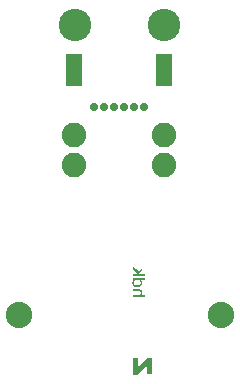
<source format=gbr>
G04 EAGLE Gerber RS-274X export*
G75*
%MOMM*%
%FSLAX34Y34*%
%LPD*%
%INSoldermask Bottom*%
%IPPOS*%
%AMOC8*
5,1,8,0,0,1.08239X$1,22.5*%
G01*
%ADD10C,0.703200*%
%ADD11C,2.235200*%
%ADD12C,2.082800*%
%ADD13C,2.743200*%
%ADD14R,1.473200X2.743200*%

G36*
X103972Y50534D02*
X103972Y50534D01*
X103974Y50533D01*
X112156Y58101D01*
X112156Y50969D01*
X112161Y50964D01*
X112161Y50965D01*
X112161Y50964D01*
X116340Y50964D01*
X116345Y50969D01*
X116345Y64729D01*
X116341Y64734D01*
X116340Y64734D01*
X112689Y64734D01*
X112687Y64733D01*
X112685Y64733D01*
X104227Y57096D01*
X104227Y65091D01*
X104223Y65096D01*
X104223Y65095D01*
X104222Y65096D01*
X100050Y65096D01*
X100045Y65091D01*
X100045Y50537D01*
X100050Y50532D01*
X103971Y50532D01*
X103972Y50534D01*
G37*
G36*
X104717Y124824D02*
X104717Y124824D01*
X105391Y124948D01*
X105392Y124948D01*
X106022Y125162D01*
X106023Y125162D01*
X106434Y125367D01*
X106435Y125367D01*
X106811Y125617D01*
X107149Y125910D01*
X107149Y125911D01*
X107385Y126178D01*
X107544Y126399D01*
X107809Y126885D01*
X107810Y126886D01*
X107970Y127339D01*
X108067Y127835D01*
X108066Y127836D01*
X108067Y127836D01*
X108073Y127952D01*
X108073Y127962D01*
X108081Y128096D01*
X108081Y128106D01*
X108082Y128116D01*
X108089Y128250D01*
X108089Y128260D01*
X108090Y128270D01*
X108097Y128404D01*
X108098Y128414D01*
X108098Y128415D01*
X108097Y128415D01*
X108098Y128416D01*
X108058Y128900D01*
X107955Y129381D01*
X107954Y129381D01*
X107777Y129862D01*
X107777Y129863D01*
X107591Y130195D01*
X107590Y130195D01*
X107590Y130196D01*
X107423Y130430D01*
X107223Y130647D01*
X107223Y130648D01*
X107033Y130806D01*
X107033Y130807D01*
X106864Y130917D01*
X106864Y130939D01*
X110906Y130939D01*
X110911Y130943D01*
X110910Y130944D01*
X110911Y130944D01*
X110911Y132239D01*
X110906Y132244D01*
X100050Y132244D01*
X100045Y132240D01*
X100046Y132239D01*
X100045Y132239D01*
X100045Y130944D01*
X100050Y130939D01*
X101110Y130939D01*
X101110Y130918D01*
X100954Y130835D01*
X100954Y130834D01*
X100807Y130738D01*
X100671Y130629D01*
X100670Y130629D01*
X100432Y130377D01*
X100330Y130234D01*
X100330Y130233D01*
X100196Y130001D01*
X100196Y130000D01*
X100195Y130000D01*
X100087Y129743D01*
X99954Y129288D01*
X99954Y129285D01*
X99953Y129285D01*
X99954Y129285D01*
X99952Y129275D01*
X99949Y129260D01*
X99948Y129250D01*
X99945Y129235D01*
X99944Y129225D01*
X99943Y129220D01*
X99941Y129210D01*
X99939Y129200D01*
X99939Y129195D01*
X99937Y129185D01*
X99934Y129170D01*
X99933Y129161D01*
X99933Y129160D01*
X99932Y129156D01*
X99930Y129146D01*
X99929Y129136D01*
X99928Y129131D01*
X99926Y129121D01*
X99924Y129106D01*
X99922Y129096D01*
X99919Y129081D01*
X99918Y129071D01*
X99917Y129066D01*
X99915Y129056D01*
X99914Y129046D01*
X99913Y129041D01*
X99911Y129031D01*
X99909Y129016D01*
X99907Y129007D01*
X99907Y129006D01*
X99906Y129002D01*
X99906Y129001D01*
X99904Y128992D01*
X99903Y128982D01*
X99902Y128977D01*
X99900Y128967D01*
X99898Y128952D01*
X99896Y128942D01*
X99894Y128927D01*
X99892Y128917D01*
X99891Y128912D01*
X99890Y128907D01*
X99890Y128906D01*
X99887Y128852D01*
X99886Y128833D01*
X99885Y128813D01*
X99884Y128793D01*
X99882Y128773D01*
X99881Y128753D01*
X99876Y128659D01*
X99875Y128639D01*
X99873Y128619D01*
X99872Y128599D01*
X99871Y128579D01*
X99870Y128559D01*
X99865Y128465D01*
X99864Y128465D01*
X99865Y128465D01*
X99863Y128445D01*
X99862Y128425D01*
X99861Y128405D01*
X99861Y128403D01*
X99862Y128402D01*
X99861Y128401D01*
X99863Y128398D01*
X99863Y128389D01*
X99864Y128388D01*
X99863Y128387D01*
X99866Y128381D01*
X99866Y128379D01*
X99867Y128378D01*
X99867Y128377D01*
X99870Y128371D01*
X99870Y128369D01*
X99871Y128368D01*
X99870Y128366D01*
X99873Y128361D01*
X99873Y128351D01*
X99877Y128346D01*
X99878Y128347D01*
X99878Y128346D01*
X101061Y128346D01*
X101066Y128351D01*
X101066Y128352D01*
X101065Y128369D01*
X101064Y128369D01*
X101064Y128370D01*
X101051Y128427D01*
X101050Y128427D01*
X101046Y128440D01*
X101042Y128454D01*
X101042Y128455D01*
X101032Y128482D01*
X101016Y128540D01*
X101013Y128571D01*
X101016Y128747D01*
X101018Y128762D01*
X101022Y128787D01*
X101026Y128816D01*
X101029Y128841D01*
X101030Y128841D01*
X101029Y128841D01*
X101034Y128871D01*
X101037Y128896D01*
X101041Y128926D01*
X101045Y128951D01*
X101049Y128980D01*
X101052Y129005D01*
X101057Y129035D01*
X101060Y129060D01*
X101064Y129090D01*
X101068Y129115D01*
X101072Y129144D01*
X101075Y129169D01*
X101078Y129191D01*
X101157Y129457D01*
X101302Y129754D01*
X101448Y129966D01*
X101568Y130110D01*
X101747Y130285D01*
X101996Y130476D01*
X102218Y130605D01*
X102452Y130714D01*
X102765Y130822D01*
X103229Y130925D01*
X103701Y130980D01*
X104470Y130961D01*
X104953Y130880D01*
X105412Y130750D01*
X105770Y130588D01*
X106040Y130420D01*
X106279Y130217D01*
X106564Y129877D01*
X106758Y129531D01*
X106832Y129339D01*
X106887Y129131D01*
X106949Y128676D01*
X106949Y128348D01*
X106948Y128341D01*
X106948Y128336D01*
X106947Y128331D01*
X106946Y128326D01*
X106944Y128306D01*
X106943Y128301D01*
X106943Y128296D01*
X106942Y128291D01*
X106939Y128266D01*
X106938Y128261D01*
X106938Y128256D01*
X106934Y128231D01*
X106934Y128226D01*
X106933Y128221D01*
X106930Y128197D01*
X106929Y128192D01*
X106929Y128187D01*
X106926Y128162D01*
X106925Y128157D01*
X106924Y128152D01*
X106924Y128147D01*
X106921Y128127D01*
X106921Y128122D01*
X106920Y128117D01*
X106919Y128112D01*
X106917Y128092D01*
X106916Y128087D01*
X106916Y128082D01*
X106915Y128082D01*
X106916Y128082D01*
X106915Y128077D01*
X106912Y128053D01*
X106912Y128052D01*
X106911Y128048D01*
X106911Y128047D01*
X106910Y128043D01*
X106907Y128018D01*
X106907Y128013D01*
X106906Y128008D01*
X106903Y127983D01*
X106902Y127978D01*
X106902Y127973D01*
X106901Y127968D01*
X106829Y127697D01*
X106722Y127455D01*
X106513Y127133D01*
X106348Y126948D01*
X106162Y126783D01*
X105901Y126607D01*
X105492Y126416D01*
X105105Y126296D01*
X104480Y126189D01*
X104467Y126189D01*
X104382Y126184D01*
X104297Y126179D01*
X104212Y126174D01*
X104211Y126174D01*
X104127Y126169D01*
X104126Y126169D01*
X104042Y126164D01*
X104041Y126164D01*
X103979Y126160D01*
X103889Y126164D01*
X103888Y126164D01*
X103764Y126169D01*
X103640Y126174D01*
X103639Y126174D01*
X103516Y126179D01*
X103515Y126179D01*
X103506Y126179D01*
X103105Y126239D01*
X102586Y126384D01*
X102230Y126542D01*
X101910Y126745D01*
X101714Y126903D01*
X101539Y127082D01*
X101319Y127391D01*
X101219Y127585D01*
X101188Y127671D01*
X101154Y127804D01*
X101090Y128242D01*
X101086Y128246D01*
X101085Y128246D01*
X99900Y128246D01*
X99895Y128242D01*
X99896Y128241D01*
X99895Y128241D01*
X99896Y128241D01*
X99895Y128241D01*
X99963Y127572D01*
X100044Y127219D01*
X100044Y127218D01*
X100161Y126892D01*
X100430Y126413D01*
X100430Y126412D01*
X100649Y126125D01*
X100650Y126124D01*
X101030Y125743D01*
X101031Y125743D01*
X101398Y125476D01*
X101800Y125250D01*
X102417Y125007D01*
X102418Y125006D01*
X103188Y124838D01*
X103901Y124782D01*
X103902Y124783D01*
X103902Y124782D01*
X104717Y124824D01*
G37*
G36*
X110911Y116450D02*
X110911Y116450D01*
X110910Y116450D01*
X110911Y116450D01*
X110911Y117746D01*
X110906Y117751D01*
X110906Y117750D01*
X110906Y117751D01*
X106759Y117751D01*
X106759Y117770D01*
X107008Y117903D01*
X107008Y117904D01*
X107009Y117904D01*
X107197Y118041D01*
X107197Y118042D01*
X107399Y118240D01*
X107521Y118385D01*
X107522Y118385D01*
X107702Y118658D01*
X107703Y118658D01*
X107844Y118949D01*
X107844Y118950D01*
X107992Y119391D01*
X107993Y119392D01*
X108084Y119941D01*
X108084Y119942D01*
X108086Y120626D01*
X108085Y120626D01*
X108086Y120626D01*
X108032Y121045D01*
X108032Y121046D01*
X107936Y121414D01*
X107935Y121415D01*
X107768Y121794D01*
X107768Y121795D01*
X107592Y122069D01*
X107471Y122214D01*
X107243Y122424D01*
X107243Y122425D01*
X106985Y122600D01*
X106984Y122600D01*
X106984Y122601D01*
X106758Y122713D01*
X106515Y122801D01*
X106514Y122801D01*
X106046Y122904D01*
X106045Y122904D01*
X105609Y122954D01*
X103362Y122959D01*
X103348Y122959D01*
X101073Y122964D01*
X101058Y122964D01*
X100050Y122967D01*
X100045Y122962D01*
X100046Y122962D01*
X100045Y122962D01*
X100045Y121670D01*
X100050Y121665D01*
X102951Y121658D01*
X105636Y121651D01*
X105952Y121582D01*
X106096Y121531D01*
X106230Y121464D01*
X106355Y121383D01*
X106470Y121290D01*
X106577Y121186D01*
X106669Y121069D01*
X106748Y120942D01*
X106815Y120806D01*
X106870Y120661D01*
X106939Y120337D01*
X106953Y119999D01*
X106918Y119584D01*
X106848Y119273D01*
X106743Y118993D01*
X106547Y118651D01*
X106374Y118440D01*
X106169Y118256D01*
X105939Y118100D01*
X105581Y117929D01*
X105358Y117857D01*
X104938Y117778D01*
X104717Y117777D01*
X104712Y117777D01*
X103836Y117772D01*
X103830Y117772D01*
X102955Y117767D01*
X102949Y117767D01*
X102073Y117762D01*
X102068Y117762D01*
X101192Y117757D01*
X101186Y117757D01*
X100311Y117752D01*
X100305Y117752D01*
X100050Y117751D01*
X100045Y117746D01*
X100046Y117746D01*
X100045Y117746D01*
X100045Y116450D01*
X100050Y116445D01*
X100050Y116446D01*
X100050Y116445D01*
X110906Y116445D01*
X110911Y116450D01*
G37*
G36*
X110911Y134611D02*
X110911Y134611D01*
X110910Y134611D01*
X110911Y134611D01*
X110911Y135903D01*
X110906Y135908D01*
X104485Y135908D01*
X107919Y139489D01*
X107919Y139492D01*
X107920Y139493D01*
X107920Y141227D01*
X107919Y141229D01*
X107919Y141231D01*
X107917Y141231D01*
X107916Y141232D01*
X107914Y141231D01*
X107912Y141231D01*
X105052Y138116D01*
X100053Y141461D01*
X100052Y141461D01*
X100051Y141461D01*
X100049Y141460D01*
X100046Y141460D01*
X100047Y141458D01*
X100045Y141457D01*
X100045Y139811D01*
X100047Y139809D01*
X100047Y139807D01*
X104146Y137120D01*
X103028Y135908D01*
X100050Y135908D01*
X100045Y135904D01*
X100046Y135903D01*
X100045Y135903D01*
X100045Y134611D01*
X100050Y134606D01*
X110906Y134606D01*
X110911Y134611D01*
G37*
D10*
X67000Y277400D03*
D11*
X3810Y101600D03*
X175260Y101600D03*
D10*
X75500Y277400D03*
X84000Y277400D03*
X92500Y277400D03*
X101500Y277400D03*
X110000Y277400D03*
D12*
X127000Y228600D03*
X127000Y254000D03*
X50800Y254000D03*
X50800Y228600D03*
D13*
X126873Y346900D03*
X50927Y346900D03*
D14*
X50800Y308800D03*
X127000Y308800D03*
M02*

</source>
